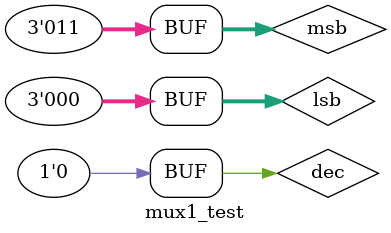
<source format=v>
`timescale 1ns / 1ps


module mux1_test;

	// Inputs
	reg [2:0] msb;
	reg [2:0] lsb;
	reg dec;

	// Outputs
	wire [2:0] out;

	// Instantiate the Unit Under Test (UUT)
	mux #(.nbits(3))uut(
		.msb(msb), 
		.lsb(lsb), 
		.out(out), 
		.dec(dec)
	);

	initial begin
		// Initialize Inputs
		msb = 3;
		lsb = 0;
		dec = 0;

		// Wait 100 ns for global reset to finish
		#100;
      dec = 1;
		#100;
		dec = 0;
		#100;
		dec = 1;
		#100;
		dec = 0;
		#100;
		// Add stimulus here

	end
      
endmodule


</source>
